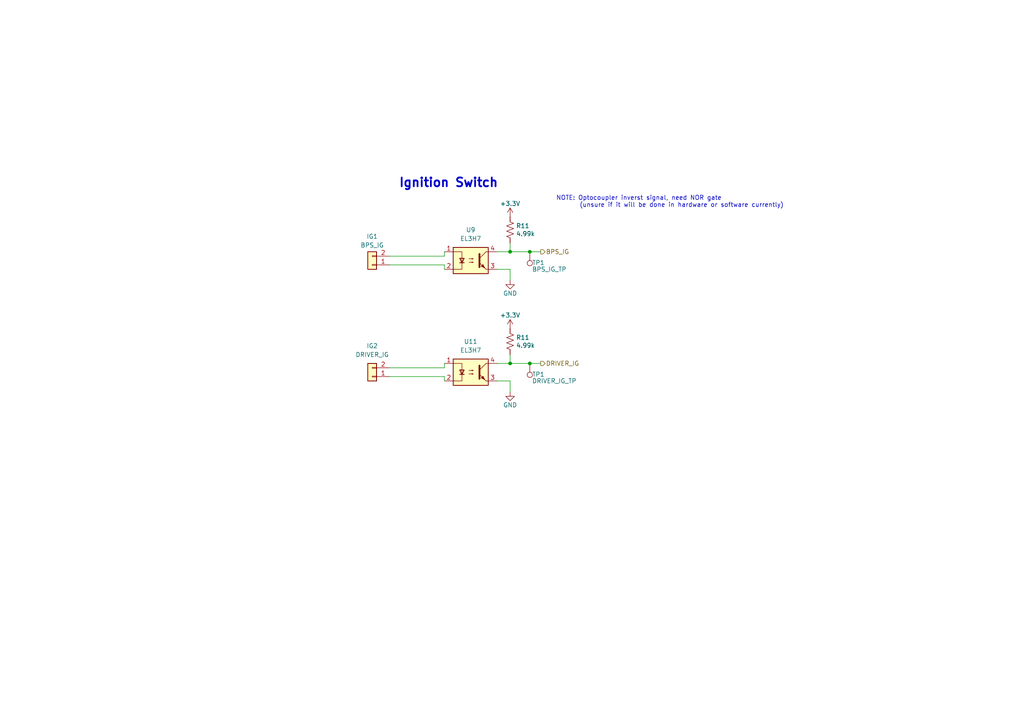
<source format=kicad_sch>
(kicad_sch (version 20230121) (generator eeschema)
  (paper "A4")
  (lib_symbols
    (symbol "Connector:TestPoint" (pin_numbers hide) (pin_names (offset 0.762) hide)
      (property "Reference" "TP" (at 0 6.858 0))
      (property "Value" "TestPoint" (at 0 5.08 0))
      (symbol "TestPoint_0_1"
        (circle (center 0 3.302) (radius 0.762))
      )
      (symbol "TestPoint_1_1"
        (pin passive line (at 0 0 90) (length 2.54) (name "1") (number "1"))
      )
    )
    (symbol "Connector_Generic:Conn_01x02" (pin_names (offset 1.016) hide)
      (property "Reference" "J" (at 0 2.54 0))
      (property "Value" "Conn_01x02" (at 0 -5.08 0))
      (symbol "Conn_01x02_1_1"
        (rectangle (start -1.27 -2.413) (end 0 -2.667) (stroke (width 0.1524)))
        (rectangle (start -1.27 0.127) (end 0 -0.127) (stroke (width 0.1524)))
        (rectangle (start -1.27 1.27) (end 1.27 -3.81) (stroke (width 0.254)) (fill (type background)))
        (pin passive line (at -5.08 0 0) (length 3.81) (name "Pin_1") (number "1"))
        (pin passive line (at -5.08 -2.54 0) (length 3.81) (name "Pin_2") (number "2"))
      )
    )
    (symbol "Device:R_US" (pin_numbers hide) (pin_names (offset 0))
      (property "Reference" "R" (at 2.54 0 90))
      (property "Value" "R_US" (at -2.54 0 90))
      (symbol "R_US_0_1"
        (polyline (pts (xy 0 -2.286) (xy 0 -2.54)))
        (polyline (pts (xy 0 2.286) (xy 0 2.54)))
        (polyline (pts (xy 0 -0.762) (xy 1.016 -1.143) (xy 0 -1.524) (xy -1.016 -1.905) (xy 0 -2.286)))
        (polyline (pts (xy 0 0.762) (xy 1.016 0.381) (xy 0 0) (xy -1.016 -0.381) (xy 0 -0.762)))
        (polyline (pts (xy 0 2.286) (xy 1.016 1.905) (xy 0 1.524) (xy -1.016 1.143) (xy 0 0.762)))
      )
      (symbol "R_US_1_1"
        (pin passive line (at 0 3.81 270) (length 1.27) (name "~") (number "1"))
        (pin passive line (at 0 -3.81 90) (length 1.27) (name "~") (number "2"))
      )
    )
    (symbol "Isolator:EL817" (pin_names (offset 1.016))
      (property "Reference" "U" (at -5.08 5.08 0))
      (property "Value" "EL817" (at 0 5.08 0))
      (symbol "EL817_0_1"
        (rectangle (start -5.08 3.81) (end 5.08 -3.81) (stroke (width 0.254)) (fill (type background)))
        (polyline (pts (xy -3.175 -0.635) (xy -1.905 -0.635)) (stroke (width 0.254)))
        (polyline (pts (xy 2.54 0.635) (xy 4.445 2.54)))
        (polyline (pts (xy 4.445 -2.54) (xy 2.54 -0.635)) (fill (type outline)))
        (polyline (pts (xy 4.445 -2.54) (xy 5.08 -2.54)))
        (polyline (pts (xy 4.445 2.54) (xy 5.08 2.54)))
        (polyline (pts (xy -5.08 2.54) (xy -2.54 2.54) (xy -2.54 -0.635)))
        (polyline (pts (xy -2.54 -0.635) (xy -2.54 -2.54) (xy -5.08 -2.54)))
        (polyline (pts (xy 2.54 1.905) (xy 2.54 -1.905) (xy 2.54 -1.905)) (stroke (width 0.508)))
        (polyline (pts (xy -2.54 -0.635) (xy -3.175 0.635) (xy -1.905 0.635) (xy -2.54 -0.635)) (stroke (width 0.254)))
        (polyline (pts (xy -0.508 -0.508) (xy 0.762 -0.508) (xy 0.381 -0.635) (xy 0.381 -0.381) (xy 0.762 -0.508)))
        (polyline (pts (xy -0.508 0.508) (xy 0.762 0.508) (xy 0.381 0.381) (xy 0.381 0.635) (xy 0.762 0.508)))
        (polyline (pts (xy 3.048 -1.651) (xy 3.556 -1.143) (xy 4.064 -2.159) (xy 3.048 -1.651) (xy 3.048 -1.651)) (fill (type outline)))
      )
      (symbol "EL817_1_1"
        (pin passive line (at -7.62 2.54 0) (length 2.54) (name "~") (number "1"))
        (pin passive line (at -7.62 -2.54 0) (length 2.54) (name "~") (number "2"))
        (pin passive line (at 7.62 -2.54 180) (length 2.54) (name "~") (number "3"))
        (pin passive line (at 7.62 2.54 180) (length 2.54) (name "~") (number "4"))
      )
    )
    (symbol "power:+3.3V" (power) (pin_names (offset 0))
      (property "Value" "+3.3V" (at 0 3.556 0))
      (symbol "+3.3V_0_1"
        (polyline (pts (xy -0.762 1.27) (xy 0 2.54)))
        (polyline (pts (xy 0 0) (xy 0 2.54)))
        (polyline (pts (xy 0 2.54) (xy 0.762 1.27)))
      )
      (symbol "+3.3V_1_1"
        (pin power_in line (at 0 0 90) (length 0) hide (name "+3.3V") (number "1"))
      )
    )
    (symbol "power:GND" (power) (pin_names (offset 0))
      (property "Value" "GND" (at 0 -3.81 0))
      (symbol "GND_0_1"
        (polyline (pts (xy 0 0) (xy 0 -1.27) (xy 1.27 -1.27) (xy 0 -2.54) (xy -1.27 -1.27) (xy 0 -1.27)))
      )
      (symbol "GND_1_1"
        (pin power_in line (at 0 0 270) (length 0) hide (name "GND") (number "1"))
      )
    )
  )
  (junction (at 147.955 105.41))
  (junction (at 153.67 73.025))
  (junction (at 153.67 105.41))
  (junction (at 147.955 73.025))
  (wire (pts (xy 147.955 78.105) (xy 147.955 81.28)))
  (wire (pts (xy 128.905 74.295) (xy 128.905 73.025)))
  (wire (pts (xy 147.955 102.87) (xy 147.955 105.41)))
  (wire (pts (xy 128.905 109.22) (xy 128.905 110.49)))
  (wire (pts (xy 144.145 105.41) (xy 147.955 105.41)))
  (wire (pts (xy 144.145 73.025) (xy 147.955 73.025)))
  (wire (pts (xy 113.03 76.835) (xy 128.905 76.835)))
  (wire (pts (xy 144.145 110.49) (xy 147.955 110.49)))
  (wire (pts (xy 147.955 73.025) (xy 153.67 73.025)))
  (wire (pts (xy 144.145 78.105) (xy 147.955 78.105)))
  (wire (pts (xy 147.955 105.41) (xy 153.67 105.41)))
  (wire (pts (xy 147.955 110.49) (xy 147.955 113.665)))
  (wire (pts (xy 113.03 74.295) (xy 128.905 74.295)))
  (wire (pts (xy 113.03 109.22) (xy 128.905 109.22)))
  (wire (pts (xy 128.905 105.41) (xy 128.905 106.68)))
  (wire (pts (xy 128.905 76.835) (xy 128.905 78.105)))
  (wire (pts (xy 153.67 105.41) (xy 156.845 105.41)))
  (wire (pts (xy 147.955 70.485) (xy 147.955 73.025)))
  (wire (pts (xy 153.67 73.025) (xy 156.845 73.025)))
  (wire (pts (xy 113.03 106.68) (xy 128.905 106.68)))
  (text "Ignition Switch" (at 115.57 54.61 0) (effects (font (size 2.54 2.54) (thickness 0.508) bold) (justify left bottom)))
  (text "NOTE: Optocoupler inverst signal, need NOR gate \n       (unsure if it will be done in hardware or software currently)" (at 161.29 60.325 0) (effects (font (size 1.27 1.27)) (justify left bottom)))
  (hierarchical_label "DRIVER_IG" (shape output) (at 156.845 105.41 0))
  (hierarchical_label "BPS_IG" (shape output) (at 156.845 73.025 0))
  (symbol (lib_id "Connector_Generic:Conn_01x02") (at 107.95 76.835 180) (unit 1)
    (property "Reference" "IG1" (at 107.95 68.58 0))
    (property "Value" "BPS_IG" (at 107.95 71.12 0))
    (property "Footprint" "Connector_Molex:Molex_Micro-Fit_3.0_43650-0215_1x02_P3.00mm_Vertical" (effects hide))
    (property "Datasheet" "https://www.molex.com/content/dam/molex/molex-dot-com/products/automated/en-us/productspecificationpdf/436/43650/PS-43650-001.pdf?inline" (effects hide))
    (property "PN" "43650-0215" (effects hide))
  )
  (symbol (lib_id "power:GND") (at 147.955 81.28 0) (unit 1)
    (property "Reference" "#PWR048" (effects hide))
    (property "Value" "GND" (at 147.955 85.09 0))
  )
  (symbol (lib_id "power:+3.3V") (at 147.955 62.865 0) (unit 1)
    (property "Reference" "#PWR056" (effects hide))
    (property "Value" "+3.3V" (at 147.955 59.055 0))
  )
  (symbol (lib_id "Isolator:EL817") (at 136.525 107.95 0) (unit 1)
    (property "Reference" "U11" (at 136.525 99.06 0))
    (property "Value" "EL3H7" (at 136.525 101.6 0))
    (property "Footprint" "Package_SO:SOP-4_4.4x2.6mm_P1.27mm" (effects hide))
    (property "Datasheet" "https://www.mouser.com/datasheet/2/143/EL3H7_G-26376.pdf" (effects hide))
    (property "Mauser PN" "638-EL3H7DTAVG " (effects hide))
    (property "PN" "EL3H7(D)(TA)-VG" (effects hide))
    (instances (project "Controls-LeaderDaughterPCB" (path "" (reference "U11") (unit 1)) (path "" (reference "U6") (unit 1)) (path "" (reference "U7") (unit 1))))
  )
  (symbol (lib_id "power:GND") (at 147.955 113.665 0) (unit 1)
    (property "Reference" "#PWR052" (effects hide))
    (property "Value" "GND" (at 147.955 117.475 0))
  )
  (symbol (lib_id "Isolator:EL817") (at 136.525 75.565 0) (unit 1)
    (property "Reference" "U9" (at 136.525 66.675 0))
    (property "Value" "EL3H7" (at 136.525 69.215 0))
    (property "Footprint" "Package_SO:SOP-4_4.4x2.6mm_P1.27mm" (effects hide))
    (property "Datasheet" "https://www.mouser.com/datasheet/2/143/EL3H7_G-26376.pdf" (effects hide))
    (property "Mauser PN" "638-EL3H7DTAVG " (effects hide))
    (property "PN" "EL3H7(D)(TA)-VG" (effects hide))
    (instances (project "Controls-LeaderDaughterPCB" (path "" (reference "U9") (unit 1)) (path "" (reference "U6") (unit 1)) (path "" (reference "U7") (unit 1))))
  )
  (symbol (lib_id "Connector_Generic:Conn_01x02") (at 107.95 109.22 180) (unit 1)
    (property "Reference" "IG2" (at 107.95 100.33 0))
    (property "Value" "DRIVER_IG" (at 107.95 102.87 0))
    (property "Footprint" "Connector_Molex:Molex_Micro-Fit_3.0_43650-0215_1x02_P3.00mm_Vertical" (effects hide))
    (property "Datasheet" "https://www.molex.com/content/dam/molex/molex-dot-com/products/automated/en-us/productspecificationpdf/436/43650/PS-43650-001.pdf?inline" (effects hide))
    (property "PN" "43650-0215" (effects hide))
  )
  (symbol (lib_id "Connector:TestPoint") (at 153.67 105.41 180) (unit 1)
    (property "Reference" "TP1" (at 154.305 108.585 0) (effects (justify right)))
    (property "Value" "DRIVER_IG_TP" (at 154.305 110.49 0) (effects (justify right)))
    (instances (project "Controls-LeaderDaughterPCB" (path "" (reference "TP1") (unit 1)) (path "" (reference "TP13") (unit 1)) (path "" (reference "TP16") (unit 1))))
  )
  (symbol (lib_id "Device:R_US") (at 147.955 66.675 0) (unit 1)
    (property "Reference" "R11" (at 149.6822 65.5066 0) (effects (justify left)))
    (property "Value" "4.99k" (at 149.6822 67.818 0) (effects (justify left)))
    (property "Footprint" "Resistor_SMD:R_0805_2012Metric" (effects hide))
    (property "Datasheet" "https://www.vishay.com/docs/28773/crcwce3.pdf" (effects hide))
    (property "PN" "CRCW08054K99FKEAC" (effects hide))
    (property "Mauser PN" "71-CRCW08054K99FKEAC " (effects hide))
    (instances (project "Dashboard" (path "" (reference "R11") (unit 1))) (project "Controls-LeaderDaughterPCB" (path "" (reference "R26") (unit 1))))
  )
  (symbol (lib_id "Device:R_US") (at 147.955 99.06 0) (unit 1)
    (property "Reference" "R11" (at 149.6822 97.8916 0) (effects (justify left)))
    (property "Value" "4.99k" (at 149.6822 100.203 0) (effects (justify left)))
    (property "Footprint" "Resistor_SMD:R_0805_2012Metric" (effects hide))
    (property "Datasheet" "https://www.vishay.com/docs/28773/crcwce3.pdf" (effects hide))
    (property "PN" "CRCW08054K99FKEAC" (effects hide))
    (property "Mauser PN" "71-CRCW08054K99FKEAC " (effects hide))
    (instances (project "Dashboard" (path "" (reference "R11") (unit 1))) (project "Controls-LeaderDaughterPCB" (path "" (reference "R27") (unit 1))))
  )
  (symbol (lib_id "power:+3.3V") (at 147.955 95.25 0) (unit 1)
    (property "Reference" "#PWR057" (effects hide))
    (property "Value" "+3.3V" (at 147.955 91.44 0))
  )
  (symbol (lib_id "Connector:TestPoint") (at 153.67 73.025 180) (unit 1)
    (property "Reference" "TP1" (at 154.305 76.2 0) (effects (justify right)))
    (property "Value" "BPS_IG_TP" (at 154.305 78.105 0) (effects (justify right)))
    (instances (project "Controls-LeaderDaughterPCB" (path "" (reference "TP1") (unit 1)) (path "" (reference "TP13") (unit 1)) (path "" (reference "TP15") (unit 1))))
  )
)
</source>
